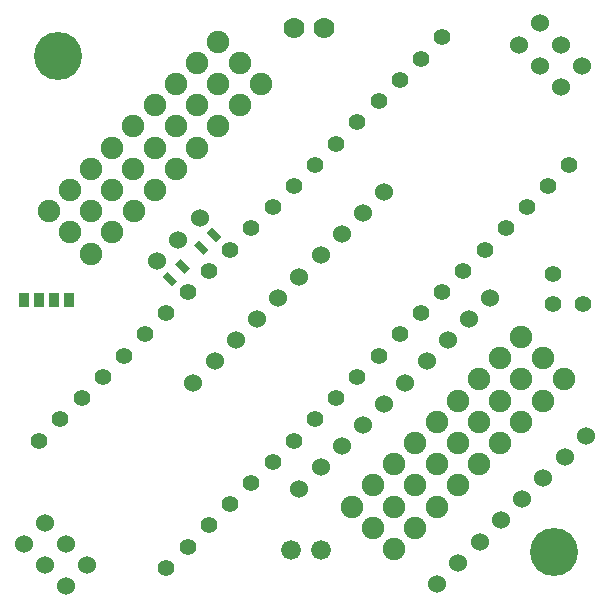
<source format=gbs>
G04 (created by PCBNEW (2014-01-10 BZR 4027)-stable) date Thursday, April 17, 2014 'amt' 11:38:12 am*
%MOIN*%
G04 Gerber Fmt 3.4, Leading zero omitted, Abs format*
%FSLAX34Y34*%
G01*
G70*
G90*
G04 APERTURE LIST*
%ADD10C,0.00590551*%
%ADD11C,0.055*%
%ADD12C,0.066*%
%ADD13C,0.07*%
%ADD14C,0.06*%
%ADD15C,0.16*%
%ADD16R,0.035X0.045*%
%ADD17C,0.075*%
G04 APERTURE END LIST*
G54D10*
G54D11*
X32866Y-15738D03*
X31866Y-15738D03*
X31866Y-14738D03*
G54D12*
X24116Y-23918D03*
X23116Y-23918D03*
G54D11*
X28163Y-6850D03*
X27456Y-7557D03*
X26748Y-8264D03*
X26041Y-8971D03*
X25334Y-9678D03*
X24627Y-10385D03*
X23920Y-11092D03*
X23213Y-11799D03*
X22506Y-12506D03*
X21799Y-13214D03*
X21092Y-13921D03*
X20384Y-14628D03*
X19677Y-15335D03*
X18970Y-16042D03*
X18263Y-16749D03*
X17556Y-17456D03*
X16849Y-18163D03*
X16142Y-18870D03*
X15435Y-19578D03*
X14728Y-20285D03*
X18970Y-24527D03*
X19677Y-23820D03*
X20384Y-23113D03*
X21092Y-22406D03*
X21799Y-21699D03*
X22506Y-20992D03*
X23213Y-20285D03*
X23920Y-19578D03*
X24627Y-18870D03*
X25334Y-18163D03*
X26041Y-17456D03*
X26748Y-16749D03*
X27456Y-16042D03*
X28163Y-15335D03*
X28870Y-14628D03*
X29577Y-13921D03*
X30284Y-13214D03*
X30991Y-12506D03*
X31698Y-11799D03*
X32405Y-11092D03*
G54D13*
X24216Y-6538D03*
X23216Y-6538D03*
G54D14*
X18659Y-14296D03*
X19366Y-13588D03*
X20074Y-12881D03*
X27998Y-25067D03*
X28705Y-24360D03*
X29412Y-23653D03*
X30119Y-22946D03*
X30826Y-22238D03*
X31534Y-21531D03*
X32241Y-20824D03*
X32948Y-20117D03*
G54D15*
X31889Y-24015D03*
X15354Y-7480D03*
G54D14*
X30706Y-7085D03*
X31413Y-6378D03*
X31413Y-7792D03*
X32120Y-7085D03*
X32120Y-8499D03*
X32827Y-7792D03*
X16327Y-24442D03*
X15620Y-25149D03*
X15620Y-23735D03*
X14913Y-24442D03*
X14913Y-23028D03*
X14206Y-23735D03*
G54D16*
X15716Y-15588D03*
X15216Y-15588D03*
X14716Y-15588D03*
X14216Y-15588D03*
G54D14*
X19867Y-18353D03*
X20574Y-17646D03*
X21281Y-16938D03*
X21988Y-16231D03*
X22695Y-15524D03*
X23402Y-14817D03*
X24109Y-14110D03*
X24816Y-13403D03*
X25524Y-12696D03*
X26231Y-11989D03*
X29766Y-15524D03*
X29059Y-16231D03*
X28352Y-16938D03*
X27645Y-17646D03*
X26938Y-18353D03*
X26231Y-19060D03*
X25524Y-19767D03*
X24816Y-20474D03*
X24109Y-21181D03*
X23402Y-21888D03*
G54D10*
G36*
X19433Y-14229D02*
X19751Y-14547D01*
X19574Y-14724D01*
X19256Y-14406D01*
X19433Y-14229D01*
X19433Y-14229D01*
G37*
G36*
X19009Y-14653D02*
X19327Y-14971D01*
X19150Y-15148D01*
X18832Y-14830D01*
X19009Y-14653D01*
X19009Y-14653D01*
G37*
G36*
X20200Y-14098D02*
X19882Y-13780D01*
X20059Y-13603D01*
X20377Y-13921D01*
X20200Y-14098D01*
X20200Y-14098D01*
G37*
G36*
X20624Y-13674D02*
X20306Y-13356D01*
X20483Y-13179D01*
X20801Y-13497D01*
X20624Y-13674D01*
X20624Y-13674D01*
G37*
G54D17*
X18579Y-11936D03*
X19286Y-11229D03*
X19994Y-10522D03*
X17872Y-11229D03*
X18579Y-10522D03*
X19286Y-9815D03*
X17165Y-10522D03*
X17872Y-9815D03*
X18579Y-9108D03*
X20699Y-9816D03*
X21406Y-9109D03*
X22114Y-8402D03*
X19992Y-9109D03*
X20699Y-8402D03*
X21406Y-7695D03*
X19285Y-8402D03*
X19992Y-7695D03*
X20699Y-6988D03*
X16459Y-14056D03*
X17166Y-13349D03*
X17874Y-12642D03*
X15752Y-13349D03*
X16459Y-12642D03*
X17166Y-11935D03*
X15045Y-12642D03*
X15752Y-11935D03*
X16459Y-11228D03*
X30804Y-16831D03*
X30096Y-17538D03*
X29389Y-18245D03*
X31511Y-17538D03*
X30804Y-18245D03*
X30096Y-18952D03*
X32218Y-18245D03*
X31511Y-18952D03*
X30804Y-19659D03*
X28684Y-18951D03*
X27976Y-19658D03*
X27269Y-20365D03*
X29391Y-19658D03*
X28684Y-20365D03*
X27976Y-21072D03*
X30098Y-20365D03*
X29391Y-21072D03*
X28684Y-21779D03*
X26564Y-21071D03*
X25856Y-21778D03*
X25149Y-22485D03*
X27271Y-21778D03*
X26564Y-22485D03*
X25856Y-23192D03*
X27978Y-22485D03*
X27271Y-23192D03*
X26564Y-23899D03*
M02*

</source>
